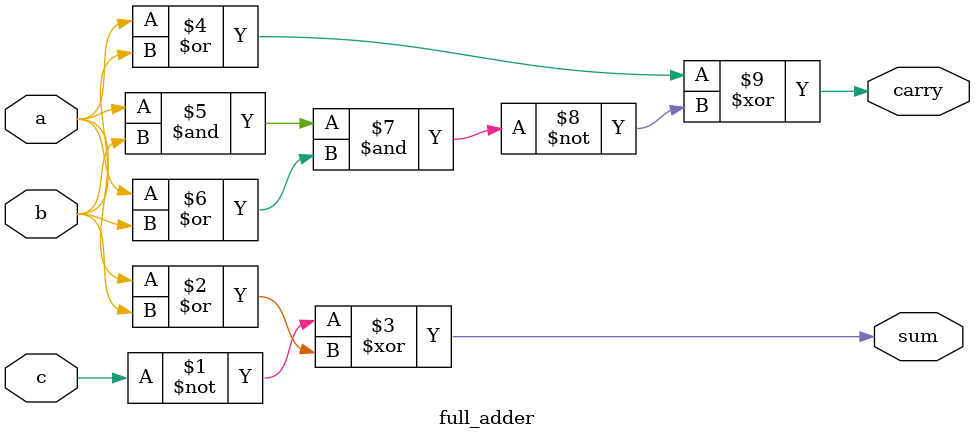
<source format=sv>
module full_adder(input logic a,
 	            input logic b,
                  input logic c,
                  output logic sum,
                  output logic carry
                  );

 assign sum = ~ c ^ ( a | b );
 assign carry = ( a | b ) ^ ( ~ (( a & b ) & ( a | b)));

endmodule

</source>
